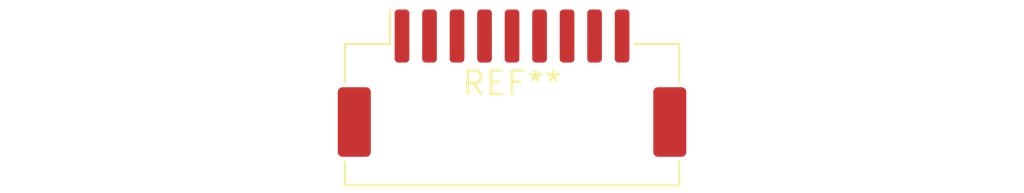
<source format=kicad_pcb>
(kicad_pcb (version 20240108) (generator pcbnew)
  (layers (0 "F.Cu" signal) (31 "B.Cu" signal) (34 "B.Paste" user) (35 "F.Paste" user) (36 "B.SilkS" user "B.Silkscreen") (37 "F.SilkS" user "F.Silkscreen") (38 "B.Mask" user) (39 "F.Mask" user) (44 "Edge.Cuts" user))
  (net 0 "")
  (footprint "JST_ZE_SM09B-ZESS-TB_1x09-1MP_P1.50mm_Horizontal" (layer "F.Cu") (at 0 0)
    (property "Reference" "REF**")
    (property "Value" "JST_ZE_SM09B-ZESS-TB_1x09-1MP_P1.50mm_Horizontal")
    (fp_line (start -9.11 -2.135) (end -6.66 -2.135) (layer "F.SilkS") (stroke (width 0.12)))
    (fp_line (start -9.11 -0.035) (end -9.11 -2.135) (layer "F.SilkS") (stroke (width 0.12)))
    (fp_line (start -9.11 4.285) (end -9.11 5.585) (layer "F.SilkS") (stroke (width 0.12)))
    (fp_line (start -9.11 5.585) (end 9.11 5.585) (layer "F.SilkS") (stroke (width 0.12)))
    (fp_line (start -6.66 -2.135) (end -6.66 -4.025) (layer "F.SilkS") (stroke (width 0.12)))
    (fp_line (start 9.11 -2.135) (end 6.66 -2.135) (layer "F.SilkS") (stroke (width 0.12)))
    (fp_line (start 9.11 -0.035) (end 9.11 -2.135) (layer "F.SilkS") (stroke (width 0.12)))
    (fp_line (start 9.11 5.585) (end 9.11 4.285) (layer "F.SilkS") (stroke (width 0.12)))
    (pad "1" smd roundrect (at -6 -2.575) (size 0.8 2.9) (layers "F.Cu" "F.Paste" "F.Mask"))
    (pad "2" smd roundrect (at -4.5 -2.575) (size 0.8 2.9) (layers "F.Cu" "F.Paste" "F.Mask"))
    (pad "3" smd roundrect (at -3 -2.575) (size 0.8 2.9) (layers "F.Cu" "F.Paste" "F.Mask"))
    (pad "4" smd roundrect (at -1.5 -2.575) (size 0.8 2.9) (layers "F.Cu" "F.Paste" "F.Mask"))
    (pad "5" smd roundrect (at 0 -2.575) (size 0.8 2.9) (layers "F.Cu" "F.Paste" "F.Mask"))
    (pad "6" smd roundrect (at 1.5 -2.575) (size 0.8 2.9) (layers "F.Cu" "F.Paste" "F.Mask"))
    (pad "7" smd roundrect (at 3 -2.575) (size 0.8 2.9) (layers "F.Cu" "F.Paste" "F.Mask"))
    (pad "8" smd roundrect (at 4.5 -2.575) (size 0.8 2.9) (layers "F.Cu" "F.Paste" "F.Mask"))
    (pad "9" smd roundrect (at 6 -2.575) (size 0.8 2.9) (layers "F.Cu" "F.Paste" "F.Mask"))
    (pad "MP" smd roundrect (at -8.6 2.125) (size 1.8 3.8) (layers "F.Cu" "F.Paste" "F.Mask") (roundrect_rratio 0.138889))
    (pad "MP" smd roundrect (at 8.6 2.125) (size 1.8 3.8) (layers "F.Cu" "F.Paste" "F.Mask") (roundrect_rratio 0.138889))
  )
)
</source>
